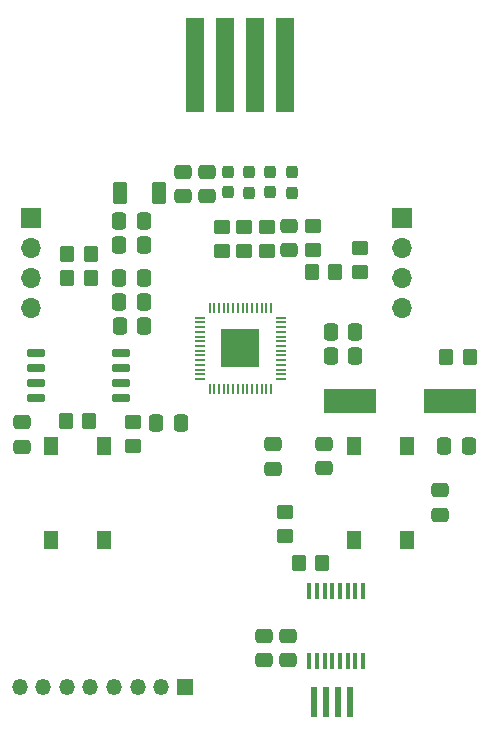
<source format=gts>
G04 #@! TF.GenerationSoftware,KiCad,Pcbnew,6.0.10*
G04 #@! TF.CreationDate,2023-07-05T17:22:54-05:00*
G04 #@! TF.ProjectId,display_board,64697370-6c61-4795-9f62-6f6172642e6b,rev?*
G04 #@! TF.SameCoordinates,Original*
G04 #@! TF.FileFunction,Soldermask,Top*
G04 #@! TF.FilePolarity,Negative*
%FSLAX46Y46*%
G04 Gerber Fmt 4.6, Leading zero omitted, Abs format (unit mm)*
G04 Created by KiCad (PCBNEW 6.0.10) date 2023-07-05 17:22:54*
%MOMM*%
%LPD*%
G01*
G04 APERTURE LIST*
G04 Aperture macros list*
%AMRoundRect*
0 Rectangle with rounded corners*
0 $1 Rounding radius*
0 $2 $3 $4 $5 $6 $7 $8 $9 X,Y pos of 4 corners*
0 Add a 4 corners polygon primitive as box body*
4,1,4,$2,$3,$4,$5,$6,$7,$8,$9,$2,$3,0*
0 Add four circle primitives for the rounded corners*
1,1,$1+$1,$2,$3*
1,1,$1+$1,$4,$5*
1,1,$1+$1,$6,$7*
1,1,$1+$1,$8,$9*
0 Add four rect primitives between the rounded corners*
20,1,$1+$1,$2,$3,$4,$5,0*
20,1,$1+$1,$4,$5,$6,$7,0*
20,1,$1+$1,$6,$7,$8,$9,0*
20,1,$1+$1,$8,$9,$2,$3,0*%
G04 Aperture macros list end*
%ADD10RoundRect,0.250000X0.337500X0.475000X-0.337500X0.475000X-0.337500X-0.475000X0.337500X-0.475000X0*%
%ADD11RoundRect,0.150000X0.650000X0.150000X-0.650000X0.150000X-0.650000X-0.150000X0.650000X-0.150000X0*%
%ADD12R,4.500000X2.000000*%
%ADD13RoundRect,0.250000X0.350000X0.450000X-0.350000X0.450000X-0.350000X-0.450000X0.350000X-0.450000X0*%
%ADD14RoundRect,0.250000X-0.337500X-0.475000X0.337500X-0.475000X0.337500X0.475000X-0.337500X0.475000X0*%
%ADD15RoundRect,0.250000X-0.350000X-0.450000X0.350000X-0.450000X0.350000X0.450000X-0.350000X0.450000X0*%
%ADD16R,1.350000X1.350000*%
%ADD17O,1.350000X1.350000*%
%ADD18R,1.300000X1.550000*%
%ADD19RoundRect,0.250000X0.475000X-0.337500X0.475000X0.337500X-0.475000X0.337500X-0.475000X-0.337500X0*%
%ADD20RoundRect,0.250000X0.362500X0.700000X-0.362500X0.700000X-0.362500X-0.700000X0.362500X-0.700000X0*%
%ADD21RoundRect,0.250000X0.450000X-0.350000X0.450000X0.350000X-0.450000X0.350000X-0.450000X-0.350000X0*%
%ADD22RoundRect,0.237500X-0.237500X0.287500X-0.237500X-0.287500X0.237500X-0.287500X0.237500X0.287500X0*%
%ADD23R,1.700000X1.700000*%
%ADD24O,1.700000X1.700000*%
%ADD25RoundRect,0.250000X-0.475000X0.337500X-0.475000X-0.337500X0.475000X-0.337500X0.475000X0.337500X0*%
%ADD26R,0.200000X0.850000*%
%ADD27R,0.850000X0.200000*%
%ADD28R,3.200000X3.200000*%
%ADD29RoundRect,0.250000X-0.450000X0.350000X-0.450000X-0.350000X0.450000X-0.350000X0.450000X0.350000X0*%
%ADD30R,0.450000X1.475000*%
%ADD31R,0.600000X2.600000*%
%ADD32R,1.600000X8.000000*%
G04 APERTURE END LIST*
D10*
X16954000Y-17310000D03*
X14879000Y-17310000D03*
X16977000Y-24168000D03*
X14902000Y-24168000D03*
D11*
X15072000Y-32296000D03*
X15072000Y-31026000D03*
X15072000Y-29756000D03*
X15072000Y-28486000D03*
X7872000Y-28486000D03*
X7872000Y-29756000D03*
X7872000Y-31026000D03*
X7872000Y-32296000D03*
D12*
X34426000Y-32512000D03*
X42926000Y-32512000D03*
D13*
X12361000Y-34201000D03*
X10361000Y-34201000D03*
D14*
X32809000Y-28740000D03*
X34884000Y-28740000D03*
D15*
X42577000Y-28829000D03*
X44577000Y-28829000D03*
D16*
X20462000Y-56724000D03*
D17*
X18462000Y-56724000D03*
X16462000Y-56724000D03*
X14462000Y-56724000D03*
X12462000Y-56724000D03*
X10462000Y-56724000D03*
X8462000Y-56724000D03*
X6462000Y-56724000D03*
D18*
X34743000Y-44272000D03*
X34743000Y-36322000D03*
X39243000Y-36322000D03*
X39243000Y-44272000D03*
D19*
X42037000Y-42164000D03*
X42037000Y-40089000D03*
D13*
X12500000Y-22136000D03*
X10500000Y-22136000D03*
X33201000Y-21628000D03*
X31201000Y-21628000D03*
D10*
X17020000Y-26200000D03*
X14945000Y-26200000D03*
D15*
X10500000Y-20104000D03*
X12500000Y-20104000D03*
D19*
X20279000Y-15172500D03*
X20279000Y-13097500D03*
D20*
X18270000Y-14897000D03*
X14945000Y-14897000D03*
D21*
X31328000Y-19723000D03*
X31328000Y-17723000D03*
X23581000Y-19818000D03*
X23581000Y-17818000D03*
D10*
X20109000Y-34417000D03*
X18034000Y-34417000D03*
D22*
X29550000Y-13147000D03*
X29550000Y-14897000D03*
D23*
X38862000Y-17018000D03*
D24*
X38862000Y-19558000D03*
X38862000Y-22098000D03*
X38862000Y-24638000D03*
D21*
X25486000Y-19818000D03*
X25486000Y-17818000D03*
D25*
X27940000Y-36173500D03*
X27940000Y-38248500D03*
D23*
X7452000Y-17066000D03*
D24*
X7452000Y-19606000D03*
X7452000Y-22146000D03*
X7452000Y-24686000D03*
D10*
X16977000Y-22136000D03*
X14902000Y-22136000D03*
X16977000Y-19342000D03*
X14902000Y-19342000D03*
D22*
X24089000Y-13119000D03*
X24089000Y-14869000D03*
D25*
X29210000Y-52408000D03*
X29210000Y-54483000D03*
D19*
X22311000Y-15194000D03*
X22311000Y-13119000D03*
D26*
X22546000Y-31517000D03*
X22946000Y-31517000D03*
X23346000Y-31517000D03*
X23746000Y-31517000D03*
X24146000Y-31517000D03*
X24546000Y-31517000D03*
X24946000Y-31517000D03*
X25346000Y-31517000D03*
X25746000Y-31517000D03*
X26146000Y-31517000D03*
X26546000Y-31517000D03*
X26946000Y-31517000D03*
X27346000Y-31517000D03*
X27746000Y-31517000D03*
D27*
X28596000Y-30667000D03*
X28596000Y-30267000D03*
X28596000Y-29867000D03*
X28596000Y-29467000D03*
X28596000Y-29067000D03*
X28596000Y-28667000D03*
X28596000Y-28267000D03*
X28596000Y-27867000D03*
X28596000Y-27467000D03*
X28596000Y-27067000D03*
X28596000Y-26667000D03*
X28596000Y-26267000D03*
X28596000Y-25867000D03*
X28596000Y-25467000D03*
D26*
X27746000Y-24617000D03*
X27346000Y-24617000D03*
X26946000Y-24617000D03*
X26546000Y-24617000D03*
X26146000Y-24617000D03*
X25746000Y-24617000D03*
X25346000Y-24617000D03*
X24946000Y-24617000D03*
X24546000Y-24617000D03*
X24146000Y-24617000D03*
X23746000Y-24617000D03*
X23346000Y-24617000D03*
X22946000Y-24617000D03*
X22546000Y-24617000D03*
D27*
X21696000Y-25467000D03*
X21696000Y-25867000D03*
X21696000Y-26267000D03*
X21696000Y-26667000D03*
X21696000Y-27067000D03*
X21696000Y-27467000D03*
X21696000Y-27867000D03*
X21696000Y-28267000D03*
X21696000Y-28667000D03*
X21696000Y-29067000D03*
X21696000Y-29467000D03*
X21696000Y-29867000D03*
X21696000Y-30267000D03*
X21696000Y-30667000D03*
D28*
X25146000Y-28067000D03*
D25*
X6646000Y-34328000D03*
X6646000Y-36403000D03*
D29*
X35265000Y-19612000D03*
X35265000Y-21612000D03*
D21*
X27391000Y-19818000D03*
X27391000Y-17818000D03*
D25*
X27178000Y-52408000D03*
X27178000Y-54483000D03*
D19*
X29296000Y-19766000D03*
X29296000Y-17691000D03*
D15*
X30099000Y-46228000D03*
X32099000Y-46228000D03*
D22*
X27645000Y-13119000D03*
X27645000Y-14869000D03*
X25867000Y-13147000D03*
X25867000Y-14897000D03*
D30*
X30999000Y-54500000D03*
X31649000Y-54500000D03*
X32299000Y-54500000D03*
X32949000Y-54500000D03*
X33599000Y-54500000D03*
X34249000Y-54500000D03*
X34899000Y-54500000D03*
X35549000Y-54500000D03*
X35549000Y-48624000D03*
X34899000Y-48624000D03*
X34249000Y-48624000D03*
X33599000Y-48624000D03*
X32949000Y-48624000D03*
X32299000Y-48624000D03*
X31649000Y-48624000D03*
X30999000Y-48624000D03*
D31*
X34417000Y-58024000D03*
X33417000Y-58024000D03*
X32417000Y-58024000D03*
X31417000Y-58024000D03*
D25*
X32258000Y-36152000D03*
X32258000Y-38227000D03*
D21*
X28956000Y-43942000D03*
X28956000Y-41942000D03*
D18*
X13631000Y-36360000D03*
X13631000Y-44310000D03*
X9131000Y-44310000D03*
X9131000Y-36360000D03*
D21*
X16044000Y-36328000D03*
X16044000Y-34328000D03*
D14*
X32809000Y-26708000D03*
X34884000Y-26708000D03*
D10*
X44493000Y-36322000D03*
X42418000Y-36322000D03*
D32*
X28956000Y-4064000D03*
X26416000Y-4064000D03*
X23876000Y-4064000D03*
X21336000Y-4064000D03*
M02*

</source>
